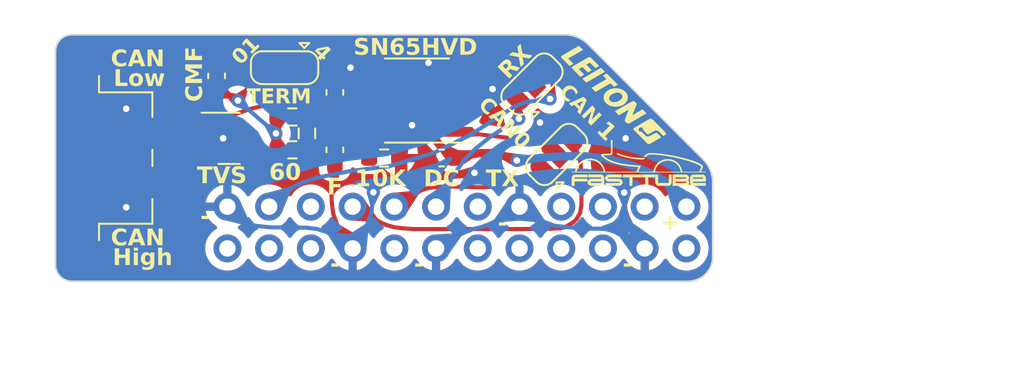
<source format=kicad_pcb>
(kicad_pcb (version 20221018) (generator pcbnew)

  (general
    (thickness 1.6)
  )

  (paper "A4")
  (layers
    (0 "F.Cu" signal)
    (31 "B.Cu" signal)
    (32 "B.Adhes" user "B.Adhesive")
    (33 "F.Adhes" user "F.Adhesive")
    (34 "B.Paste" user)
    (35 "F.Paste" user)
    (36 "B.SilkS" user "B.Silkscreen")
    (37 "F.SilkS" user "F.Silkscreen")
    (38 "B.Mask" user)
    (39 "F.Mask" user)
    (40 "Dwgs.User" user "User.Drawings")
    (41 "Cmts.User" user "User.Comments")
    (42 "Eco1.User" user "User.Eco1")
    (43 "Eco2.User" user "User.Eco2")
    (44 "Edge.Cuts" user)
    (45 "Margin" user)
    (46 "B.CrtYd" user "B.Courtyard")
    (47 "F.CrtYd" user "F.Courtyard")
    (48 "B.Fab" user)
    (49 "F.Fab" user)
    (50 "User.1" user)
    (51 "User.2" user)
    (52 "User.3" user)
    (53 "User.4" user)
    (54 "User.5" user)
    (55 "User.6" user)
    (56 "User.7" user)
    (57 "User.8" user)
    (58 "User.9" user)
  )

  (setup
    (stackup
      (layer "F.SilkS" (type "Top Silk Screen"))
      (layer "F.Paste" (type "Top Solder Paste"))
      (layer "F.Mask" (type "Top Solder Mask") (thickness 0.01))
      (layer "F.Cu" (type "copper") (thickness 0.035))
      (layer "dielectric 1" (type "core") (thickness 1.51) (material "FR4") (epsilon_r 4.5) (loss_tangent 0.02))
      (layer "B.Cu" (type "copper") (thickness 0.035))
      (layer "B.Mask" (type "Bottom Solder Mask") (thickness 0.01))
      (layer "B.Paste" (type "Bottom Solder Paste"))
      (layer "B.SilkS" (type "Bottom Silk Screen"))
      (copper_finish "None")
      (dielectric_constraints no)
    )
    (pad_to_mask_clearance 0)
    (pcbplotparams
      (layerselection 0x00010fc_ffffffff)
      (plot_on_all_layers_selection 0x0000000_00000000)
      (disableapertmacros false)
      (usegerberextensions false)
      (usegerberattributes true)
      (usegerberadvancedattributes true)
      (creategerberjobfile true)
      (dashed_line_dash_ratio 12.000000)
      (dashed_line_gap_ratio 3.000000)
      (svgprecision 4)
      (plotframeref false)
      (viasonmask false)
      (mode 1)
      (useauxorigin false)
      (hpglpennumber 1)
      (hpglpenspeed 20)
      (hpglpendiameter 15.000000)
      (dxfpolygonmode true)
      (dxfimperialunits true)
      (dxfusepcbnewfont true)
      (psnegative false)
      (psa4output false)
      (plotreference true)
      (plotvalue true)
      (plotinvisibletext false)
      (sketchpadsonfab false)
      (subtractmaskfromsilk false)
      (outputformat 1)
      (mirror false)
      (drillshape 1)
      (scaleselection 1)
      (outputdirectory "")
    )
  )

  (net 0 "")
  (net 1 "/Vref")
  (net 2 "GND")
  (net 3 "/CAN_H")
  (net 4 "/CAN_L")
  (net 5 "+3.3V")
  (net 6 "unconnected-(J1-Pin_18-Pad18)")
  (net 7 "unconnected-(J1-Pin_19-Pad19)")
  (net 8 "unconnected-(J1-Pin_21-Pad21)")
  (net 9 "unconnected-(J1-Pin_22-Pad22)")
  (net 10 "unconnected-(J1-Pin_23-Pad23)")
  (net 11 "unconnected-(J1-Pin_24-Pad24)")
  (net 12 "unconnected-(J1-Pin_26-Pad26)")
  (net 13 "unconnected-(J1-Pin_27-Pad27)")
  (net 14 "unconnected-(J1-Pin_28-Pad28)")
  (net 15 "/CAN0_DIN")
  (net 16 "/CAN0_DOUT")
  (net 17 "unconnected-(J1-Pin_32-Pad32)")
  (net 18 "/CAN1_DOUT")
  (net 19 "unconnected-(J1-Pin_35-Pad35)")
  (net 20 "unconnected-(J1-Pin_36-Pad36)")
  (net 21 "/CAN1_DIN")
  (net 22 "unconnected-(J1-Pin_38-Pad38)")
  (net 23 "unconnected-(J1-Pin_40-Pad40)")
  (net 24 "Net-(JP1-C)")
  (net 25 "/CAN_TX")
  (net 26 "/CAN_RX")
  (net 27 "Net-(U1-Rs)")

  (footprint "Jumper:SolderJumper-3_P1.3mm_Open_RoundedPad1.0x1.5mm" (layer "F.Cu") (at 129 103 45))

  (footprint "Jumper:SolderJumper-3_P1.3mm_Open_RoundedPad1.0x1.5mm" (layer "F.Cu") (at 113.94 102 180))

  (footprint "Capacitor_SMD:C_0603_1608Metric_Pad1.08x0.95mm_HandSolder" (layer "F.Cu") (at 117 107 -90))

  (footprint "Resistor_SMD:R_0603_1608Metric_Pad0.98x0.95mm_HandSolder" (layer "F.Cu") (at 120 107.5))

  (footprint "Package_TO_SOT_SMD:SOT-23" (layer "F.Cu") (at 110.5625 106.300867))

  (footprint "Resistor_SMD:R_0603_1608Metric_Pad0.98x0.95mm_HandSolder" (layer "F.Cu") (at 114.4125 105 180))

  (footprint "Resistor_SMD:R_0603_1608Metric_Pad0.98x0.95mm_HandSolder" (layer "F.Cu") (at 114.4125 107))

  (footprint "Jumper:SolderJumper-3_P1.3mm_Open_RoundedPad1.0x1.5mm" (layer "F.Cu") (at 130.5 107.280761 45))

  (footprint "Package_SO:SOIC-8_3.9x4.9mm_P1.27mm" (layer "F.Cu") (at 122 104 180))

  (footprint "Capacitor_SMD:C_0603_1608Metric_Pad1.08x0.95mm_HandSolder" (layer "F.Cu") (at 123.5 107.5 180))

  (footprint "Capacitor_SMD:C_0603_1608Metric_Pad1.08x0.95mm_HandSolder" (layer "F.Cu") (at 109.8 102.5 90))

  (footprint "LOGO" (layer "F.Cu") (at 135.5 107.8))

  (footprint "Custom:heart" (layer "F.Cu") (at 102.8 107.5 90))

  (footprint "LOGO" (layer "F.Cu") (at 134 103.6 -45))

  (footprint "FaSTTUBe_connectors:Micro_Mate-N-Lok_2p_horizontal" (layer "F.Cu") (at 101.3925 107.5 -90))

  (footprint "Capacitor_SMD:C_0603_1608Metric_Pad1.08x0.95mm_HandSolder" (layer "F.Cu") (at 117 103.5 -90))

  (footprint "Connector_PinSocket_2.54mm:PinSocket_2x20_P2.54mm_Vertical" (layer "B.Cu") (at 158.72 110.46 90))

  (gr_line (start 115.8 105.7) (end 115.8 106.3)
    (stroke (width 0.12) (type default)) (layer "F.SilkS") (tstamp 8967a94d-f677-4ea1-9429-822bacd663ea))
  (gr_line (start 114.8 105.7) (end 114.8 106.3)
    (stroke (width 0.13) (type default)) (layer "F.SilkS") (tstamp 98e1843a-799c-446b-8d50-ec486f422c07))
  (gr_arc (start 101 115) (mid 100.292893 114.707107) (end 100 114)
    (stroke (width 0.1) (type default)) (layer "Edge.Cuts") (tstamp 04020edc-35fa-4635-8a9d-d0c1b67bdcff))
  (gr_arc (start 139.414214 107.585786) (mid 139.84776 108.234633) (end 140 109)
    (stroke (width 0.1) (type default)) (layer "Edge.Cuts") (tstamp 19fec515-c842-4f0b-b3e2-cc4e174c6dc4))
  (gr_line (start 100 114) (end 100 101)
    (stroke (width 0.1) (type default)) (layer "Edge.Cuts") (tstamp 1c368ca5-b77f-41a3-a9ac-6485a236e130))
  (gr_arc (start 100 101) (mid 100.292893 100.292893) (end 101 100)
    (stroke (width 0.1) (type default)) (layer "Edge.Cuts") (tstamp 3e1b3083-4270-42ab-835e-aa8a29f45bdb))
  (gr_line (start 101 100) (end 131 100)
    (stroke (width 0.1) (type default)) (layer "Edge.Cuts") (tstamp 51a917ea-8181-41e3-a6fd-c11d9780b533))
  (gr_arc (start 131 100) (mid 131.765367 100.152241) (end 132.414214 100.585786)
    (stroke (width 0.1) (type default)) (layer "Edge.Cuts") (tstamp 639a99a0-616b-480a-be53-f229c7c1e766))
  (gr_line (start 138.5 115) (end 101 115)
    (stroke (width 0.1) (type default)) (layer "Edge.Cuts") (tstamp 74196c0a-88b1-41a2-90bb-9486cd81e1bf))
  (gr_line (start 132.414214 100.585786) (end 139.414214 107.585786)
    (stroke (width 0.1) (type default)) (layer "Edge.Cuts") (tstamp 936b151e-567d-4352-b6ac-347ce4404ff7))
  (gr_line (start 140 109) (end 140 113.5)
    (stroke (width 0.1) (type default)) (layer "Edge.Cuts") (tstamp eb988446-4dc0-404a-b1d9-f7802f37c749))
  (gr_arc (start 140 113.5) (mid 139.56066 114.56066) (end 138.5 115)
    (stroke (width 0.1) (type default)) (layer "Edge.Cuts") (tstamp f5eba8e8-c8e1-40d0-ac8c-3278b691f97e))
  (gr_text "-" (at 109.1 111.1) (layer "F.SilkS") (tstamp 0986f880-0a27-4f22-a1f5-459ecb98d66c)
    (effects (font (face "Chinat") (size 1 1) (thickness 0.2) bold))
    (render_cache "-" 0
      (polygon
        (pts
          (xy 108.825715 111.186737)          (xy 108.825715 110.936632)          (xy 109.39016 110.936632)          (xy 109.39016 111.186737)
        )
      )
    )
  )
  (gr_text "CMF" (at 108.5 102.4 90) (layer "F.SilkS") (tstamp 0a9d38e7-9397-4047-866c-815b4c96e2c6)
    (effects (font (face "Chinat") (size 1 1) (thickness 0.2) bold))
    (render_cache "CMF" 90
      (polygon
        (pts
          (xy 108.641203 104.491939)          (xy 108.31807 104.491939)          (xy 108.296131 104.4916)          (xy 108.274889 104.490585)
          (xy 108.254343 104.488893)          (xy 108.234493 104.486524)          (xy 108.21534 104.483477)          (xy 108.196884 104.479754)
          (xy 108.179123 104.475354)          (xy 108.16206 104.470278)          (xy 108.145693 104.464524)          (xy 108.130022 104.458093)
          (xy 108.115048 104.450985)          (xy 108.10077 104.443201)          (xy 108.087189 104.43474)          (xy 108.074304 104.425601)
          (xy 108.062116 104.415786)          (xy 108.050624 104.405294)          (xy 108.039829 104.394125)          (xy 108.02973 104.382279)
          (xy 108.020327 104.369756)          (xy 108.011622 104.356556)          (xy 108.003612 104.342679)          (xy 107.996299 104.328125)
          (xy 107.989683 104.312895)          (xy 107.983763 104.296987)          (xy 107.978539 104.280403)          (xy 107.974012 104.263142)
          (xy 107.970181 104.245203)          (xy 107.967047 104.226588)          (xy 107.96461 104.207296)          (xy 107.962868 104.187327)
          (xy 107.961824 104.166681)          (xy 107.961475 104.145358)          (xy 107.961475 103.131018)          (xy 108.21158 103.131018)
          (xy 108.21158 104.234263)          (xy 108.680526 104.234263)          (xy 108.680526 103.131018)          (xy 108.930631 103.131018)
          (xy 108.930631 104.173446)          (xy 108.930322 104.188895)          (xy 108.929395 104.204099)          (xy 108.927849 104.219059)
          (xy 108.925685 104.233774)          (xy 108.922903 104.248246)          (xy 108.919503 104.262473)          (xy 108.915484 104.276456)
          (xy 108.910847 104.290194)          (xy 108.905592 104.303689)          (xy 108.899719 104.316939)          (xy 108.893228 104.329945)
          (xy 108.886118 104.342706)          (xy 108.87839 104.355224)          (xy 108.870044 104.367497)          (xy 108.861079 104.379526)
          (xy 108.851496 104.391311)          (xy 108.840686 104.403496)          (xy 108.829564 104.414896)          (xy 108.818131 104.425509)
          (xy 108.806388 104.435336)          (xy 108.794333 104.444376)          (xy 108.781967 104.452631)          (xy 108.769291 104.4601)
          (xy 108.756303 104.466782)          (xy 108.743004 104.472678)          (xy 108.729394 104.477788)          (xy 108.715473 104.482112)
          (xy 108.701241 104.48565)          (xy 108.686698 104.488401)          (xy 108.671844 104.490367)          (xy 108.656679 104.491546)
        )
      )
      (polygon
        (pts
          (xy 108.930631 103.071422)          (xy 108.20523 103.071422)          (xy 108.192125 103.071146)          (xy 108.17931 103.070316)
          (xy 108.166784 103.068932)          (xy 108.154549 103.066996)          (xy 108.142604 103.064505)          (xy 108.130949 103.061462)
          (xy 108.119585 103.057865)          (xy 108.10851 103.053715)          (xy 108.097725 103.049011)          (xy 108.08723 103.043754)
          (xy 108.077025 103.037944)          (xy 108.06711 103.03158)          (xy 108.057486 103.024663)          (xy 108.048151 103.017193)
          (xy 108.039106 103.009169)          (xy 108.030352 103.000592)          (xy 108.022011 102.991574)          (xy 108.014209 102.982289)
          (xy 108.006945 102.972737)          (xy 108.000218 102.962918)          (xy 107.99403 102.952831)          (xy 107.98838 102.942478)
          (xy 107.983268 102.931857)          (xy 107.978695 102.920969)          (xy 107.974659 102.909814)          (xy 107.971161 102.898392)
          (xy 107.968202 102.886702)          (xy 107.96578 102.874746)          (xy 107.963897 102.862522)          (xy 107.962552 102.850032)
          (xy 107.961744 102.837274)          (xy 107.961475 102.824249)          (xy 107.961676 102.813091)          (xy 107.962279 102.802119)
          (xy 107.963283 102.791332)          (xy 107.964689 102.780731)          (xy 107.966496 102.770316)          (xy 107.968705 102.760086)
          (xy 107.971316 102.750042)          (xy 107.974329 102.740183)          (xy 107.977743 102.73051)          (xy 107.981559 102.721023)
          (xy 107.985776 102.711721)          (xy 107.990395 102.702604)          (xy 107.995416 102.693673)          (xy 108.000839 102.684928)
          (xy 108.006663 102.676368)          (xy 108.012889 102.667994)          (xy 108.019516 102.659806)          (xy 108.026545 102.651803)
          (xy 108.033976 102.643985)          (xy 108.041808 102.636353)          (xy 108.050043 102.628907)          (xy 108.058678 102.621646)
          (xy 108.067716 102.614571)          (xy 108.077155 102.607682)          (xy 108.086996 102.600978)          (xy 108.097238 102.594459)
          (xy 108.107882 102.588126)          (xy 108.118928 102.581979)          (xy 108.130376 102.576017)          (xy 108.142225 102.570241)
          (xy 108.154475 102.56465)          (xy 108.167128 102.559245)          (xy 108.671245 102.352127)          (xy 108.13904 102.125714)
          (xy 108.128116 102.120874)          (xy 108.117538 102.11585)          (xy 108.107307 102.110641)          (xy 108.097423 102.105247)
          (xy 108.087886 102.099669)          (xy 108.078696 102.093906)          (xy 108.069852 102.087959)          (xy 108.061355 102.081827)
          (xy 108.053206 102.07551)          (xy 108.045402 102.069009)          (xy 108.037946 102.062323)          (xy 108.030837 102.055452)
          (xy 108.024074 102.048397)          (xy 108.011589 102.033733)          (xy 108.000491 102.018331)          (xy 107.990781 102.00219)
          (xy 107.982457 101.98531)          (xy 107.975521 101.967692)          (xy 107.969972 101.949336)          (xy 107.96581 101.930241)
          (xy 107.96425 101.920417)          (xy 107.963036 101.910408)          (xy 107.962169 101.900214)          (xy 107.961649 101.889836)
          (xy 107.961475 101.879273)          (xy 107.961793 101.865533)          (xy 107.962746 101.852093)          (xy 107.964335 101.838956)
          (xy 107.966559 101.82612)          (xy 107.969418 101.813585)          (xy 107.972913 101.801352)          (xy 107.977043 101.78942)
          (xy 107.981809 101.77779)          (xy 107.98721 101.766462)          (xy 107.993246 101.755434)          (xy 107.999918 101.744709)
          (xy 108.007225 101.734284)          (xy 108.015168 101.724162)          (xy 108.023746 101.714341)          (xy 108.032959 101.704821)
          (xy 108.042808 101.695603)          (xy 108.052687 101.68741)          (xy 108.062844 101.679746)          (xy 108.073279 101.67261)
          (xy 108.083994 101.666003)          (xy 108.094987 101.659925)          (xy 108.106258 101.654375)          (xy 108.117808 101.649354)
          (xy 108.129637 101.644861)          (xy 108.141744 101.640897)          (xy 108.15413 101.637461)          (xy 108.166794 101.634554)
          (xy 108.179737 101.632176)          (xy 108.192958 101.630326)          (xy 108.206459 101.629004)          (xy 108.220237 101.628212)
          (xy 108.234295 101.627947)          (xy 108.930631 101.627947)          (xy 108.930631 101.885623)          (xy 108.241378 101.885623)
          (xy 108.705439 102.098847)          (xy 108.719032 102.10518)          (xy 108.732088 102.111414)          (xy 108.744609 102.117552)
          (xy 108.756593 102.123592)          (xy 108.768041 102.129535)          (xy 108.778952 102.135381)          (xy 108.789328 102.141129)
          (xy 108.799167 102.14678)          (xy 108.808471 102.152334)          (xy 108.817237 102.15779)          (xy 108.825468 102.163149)
          (xy 108.836809 102.171005)          (xy 108.846944 102.178642)          (xy 108.855872 102.186061)          (xy 108.858579 102.188485)
          (xy 108.867304 102.196608)          (xy 108.875467 102.204979)          (xy 108.883066 102.213598)          (xy 108.890102 102.222465)
          (xy 108.896575 102.23158)          (xy 108.902486 102.240943)          (xy 108.907833 102.250555)          (xy 108.912618 102.260414)
          (xy 108.91684 102.270522)          (xy 108.920499 102.280877)          (xy 108.923595 102.291481)          (xy 108.926128 102.302332)
          (xy 108.928098 102.313432)          (xy 108.929505 102.32478)          (xy 108.93035 102.336376)          (xy 108.930631 102.348219)
          (xy 108.929746 102.367229)          (xy 108.92709 102.385852)          (xy 108.922663 102.404087)          (xy 108.916465 102.421935)
          (xy 108.908497 102.439395)          (xy 108.898757 102.456469)          (xy 108.893224 102.46486)          (xy 108.887247 102.473154)
          (xy 108.880828 102.481352)          (xy 108.873967 102.489453)          (xy 108.866662 102.497457)          (xy 108.858915 102.505364)
          (xy 108.850725 102.513174)          (xy 108.842093 102.520888)          (xy 108.833018 102.528504)          (xy 108.8235 102.536024)
          (xy 108.813539 102.543447)          (xy 108.803136 102.550773)          (xy 108.79229 102.558002)          (xy 108.781002 102.565135)
          (xy 108.76927 102.57217)          (xy 108.757096 102.579109)          (xy 108.74448 102.585951)          (xy 108.73142 102.592696)
          (xy 108.717918 102.599344)          (xy 108.703974 102.605896)          (xy 108.251147 102.813746)          (xy 108.930631 102.813746)
        )
      )
      (polygon
        (pts
          (xy 108.930631 101.567863)          (xy 108.272397 101.567863)          (xy 108.26258 101.567758)          (xy 108.243399 101.566913)
          (xy 108.224822 101.565222)          (xy 108.206847 101.562686)          (xy 108.189475 101.559305)          (xy 108.172706 101.555078)
          (xy 108.156541 101.550006)          (xy 108.140978 101.544089)          (xy 108.126018 101.537327)          (xy 108.111661 101.529719)
          (xy 108.097907 101.521266)          (xy 108.084756 101.511967)          (xy 108.072208 101.501824)          (xy 108.060263 101.490835)
          (xy 108.048921 101.479)          (xy 108.038182 101.466321)          (xy 108.033039 101.459664)          (xy 108.024373 101.447441)
          (xy 108.016266 101.434709)          (xy 108.008718 101.421468)          (xy 108.00173 101.407717)          (xy 107.9953 101.393456)
          (xy 107.98943 101.378686)          (xy 107.984118 101.363406)          (xy 107.979366 101.347618)          (xy 107.975173 101.331319)
          (xy 107.971539 101.314511)          (xy 107.968464 101.297194)          (xy 107.965948 101.279367)          (xy 107.963991 101.261031)
          (xy 107.962594 101.242185)          (xy 107.961755 101.222829)          (xy 107.961545 101.212961)          (xy 107.961475 101.202965)
          (xy 107.961475 100.25457)          (xy 108.21158 100.25457)          (xy 108.21158 101.310187)          (xy 108.305369 101.310187)
          (xy 108.305369 100.25457)          (xy 108.555474 100.25457)          (xy 108.555474 101.310187)          (xy 108.930631 101.310187)
        )
      )
    )
  )
  (gr_text "60\n" (at 113 109) (layer "F.SilkS") (tstamp 15a52758-5e45-40df-8fc1-54a9d4fed32a)
    (effects (font (face "Chinat") (size 1 1) (thickness 0.2) bold) (justify left bottom))
    (render_cache "60\n" 0
      (polygon
        (pts
          (xy 114.316224 108.12658)          (xy 113.292847 108.12658)          (xy 113.292847 108.236001)          (xy 114.070272 108.236001)
          (xy 114.085604 108.236355)          (xy 114.100642 108.237417)          (xy 114.115386 108.239187)          (xy 114.129836 108.241664)
          (xy 114.143993 108.24485)          (xy 114.157856 108.248744)          (xy 114.171424 108.253345)          (xy 114.184699 108.258654)
          (xy 114.197681 108.264672)          (xy 114.210368 108.271397)          (xy 114.222761 108.27883)          (xy 114.234861 108.286971)
          (xy 114.246667 108.29582)          (xy 114.258178 108.305377)          (xy 114.269396 108.315642)          (xy 114.280321 108.326615)
          (xy 114.290761 108.338045)          (xy 114.300528 108.349742)          (xy 114.309621 108.361706)          (xy 114.318041 108.373937)
          (xy 114.325787 108.386435)          (xy 114.332859 108.399201)          (xy 114.339258 108.412234)          (xy 114.344984 108.425533)
          (xy 114.350036 108.4391)          (xy 114.354414 108.452934)          (xy 114.358119 108.467036)          (xy 114.36115 108.481404)
          (xy 114.363507 108.496039)          (xy 114.365191 108.510942)          (xy 114.366201 108.526112)          (xy 114.366538 108.541549)
          (xy 114.366177 108.557333)          (xy 114.365092 108.572812)          (xy 114.363284 108.587985)          (xy 114.360753 108.602854)
          (xy 114.357498 108.617417)          (xy 114.353521 108.631674)          (xy 114.34882 108.645627)          (xy 114.343396 108.659274)
          (xy 114.337249 108.672616)          (xy 114.330379 108.685652)          (xy 114.322785 108.698383)          (xy 114.314469 108.710809)
          (xy 114.305429 108.72293)          (xy 114.295666 108.734745)          (xy 114.28518 108.746255)          (xy 114.27397 108.757459)
          (xy 114.262261 108.768136)          (xy 114.250275 108.778125)          (xy 114.238012 108.787424)          (xy 114.225473 108.796034)
          (xy 114.212657 108.803956)          (xy 114.199564 108.811189)          (xy 114.186194 108.817733)          (xy 114.172548 108.823588)
          (xy 114.158626 108.828754)          (xy 114.144426 108.833232)          (xy 114.12995 108.837021)          (xy 114.115197 108.84012)
          (xy 114.100168 108.842531)          (xy 114.084861 108.844253)          (xy 114.069278 108.845287)          (xy 114.053419 108.845631)
          (xy 113.332658 108.845631)          (xy 113.31645 108.845248)          (xy 113.300617 108.844097)          (xy 113.285157 108.842179)
          (xy 113.270071 108.839494)          (xy 113.255359 108.836043)          (xy 113.241021 108.831824)          (xy 113.227058 108.826838)
          (xy 113.213468 108.821085)          (xy 113.200252 108.814564)          (xy 113.18741 108.807277)          (xy 113.174942 108.799223)
          (xy 113.162848 108.790402)          (xy 113.151129 108.780813)          (xy 113.139783 108.770458)          (xy 113.128811 108.759335)
          (xy 113.118213 108.747445)          (xy 113.108128 108.73503)          (xy 113.098693 108.72233)          (xy 113.089909 108.709346)
          (xy 113.081775 108.696078)          (xy 113.074292 108.682525)          (xy 113.06746 108.668689)          (xy 113.061279 108.654567)
          (xy 113.055748 108.640162)          (xy 113.050868 108.625472)          (xy 113.046638 108.610498)          (xy 113.04306 108.595239)
          (xy 113.040132 108.579696)          (xy 113.037854 108.563869)          (xy 113.036228 108.547758)          (xy 113.035252 108.531362)
          (xy 113.034926 108.514682)          (xy 113.034926 108.486106)          (xy 113.292847 108.486106)          (xy 113.292847 108.595526)
          (xy 114.10471 108.595526)          (xy 114.10471 108.486106)          (xy 113.292847 108.486106)          (xy 113.034926 108.486106)
          (xy 113.034926 108.193014)          (xy 113.035336 108.174254)          (xy 113.036567 108.156015)          (xy 113.038618 108.138297)
          (xy 113.04149 108.1211)          (xy 113.045183 108.104424)          (xy 113.049695 108.088268)          (xy 113.055029 108.072634)
          (xy 113.061182 108.05752)          (xy 113.068157 108.042928)          (xy 113.075951 108.028856)          (xy 113.084567 108.015306)
          (xy 113.094002 108.002276)          (xy 113.104259 107.989767)          (xy 113.115336 107.977779)          (xy 113.127233 107.966312)
          (xy 113.139951 107.955366)          (xy 113.151982 107.945813)          (xy 113.164447 107.936876)          (xy 113.177346 107.928555)
          (xy 113.190677 107.920851)          (xy 113.204441 107.913763)          (xy 113.218639 107.907292)          (xy 113.23327 107.901437)
          (xy 113.248333 107.896198)          (xy 113.26383 107.891576)          (xy 113.279761 107.887569)          (xy 113.296124 107.88418)
          (xy 113.31292 107.881406)          (xy 113.33015 107.879249)          (xy 113.347813 107.877708)          (xy 113.365909 107.876784)
          (xy 113.384438 107.876475)          (xy 114.316224 107.876475)
        )
      )
      (polygon
        (pts
          (xy 115.437084 107.876825)          (xy 115.454087 107.877872)          (xy 115.470721 107.879618)          (xy 115.486987 107.882062)
          (xy 115.502885 107.885205)          (xy 115.518414 107.889046)          (xy 115.533575 107.893586)          (xy 115.548368 107.898824)
          (xy 115.562793 107.90476)          (xy 115.576849 107.911395)          (xy 115.590537 107.918728)          (xy 115.603857 107.926759)
          (xy 115.616809 107.935489)          (xy 115.629392 107.944917)          (xy 115.641607 107.955043)          (xy 115.653454 107.965868)
          (xy 115.664752 107.977248)          (xy 115.675321 107.989041)          (xy 115.685161 108.001245)          (xy 115.694273 108.013862)
          (xy 115.702655 108.026891)          (xy 115.710309 108.040332)          (xy 115.717234 108.054185)          (xy 115.723429 108.06845)
          (xy 115.728896 108.083128)          (xy 115.733634 108.098217)          (xy 115.737643 108.113719)          (xy 115.740923 108.129633)
          (xy 115.743474 108.145959)          (xy 115.745297 108.162698)          (xy 115.74639 108.179848)          (xy 115.746755 108.197411)
          (xy 115.746755 108.520544)          (xy 115.746412 108.537387)          (xy 115.745385 108.553906)          (xy 115.743672 108.5701)
          (xy 115.741274 108.58597)          (xy 115.738192 108.601516)          (xy 115.734424 108.616737)          (xy 115.729971 108.631634)
          (xy 115.724834 108.646207)          (xy 115.719011 108.660455)          (xy 115.712503 108.674379)          (xy 115.705311 108.687978)
          (xy 115.697433 108.701253)          (xy 115.68887 108.714204)          (xy 115.679622 108.72683)          (xy 115.669689 108.739132)
          (xy 115.659071 108.751109)          (xy 115.647961 108.762555)          (xy 115.63649 108.773263)          (xy 115.624659 108.783232)
          (xy 115.612467 108.792462)          (xy 115.599914 108.800955)          (xy 115.587001 108.808708)          (xy 115.573727 108.815724)
          (xy 115.560092 108.822001)          (xy 115.546097 108.827539)          (xy 115.531741 108.832339)          (xy 115.517024 108.8364)
          (xy 115.501947 108.839723)          (xy 115.486509 108.842308)          (xy 115.470711 108.844154)          (xy 115.454551 108.845262)
          (xy 115.438032 108.845631)          (xy 114.751953 108.845631)          (xy 114.73577 108.845266)          (xy 114.719828 108.844169)
          (xy 114.704126 108.842342)          (xy 114.688664 108.839784)          (xy 114.673443 108.836496)          (xy 114.658462 108.832476)
          (xy 114.643721 108.827726)          (xy 114.629221 108.822245)          (xy 114.614962 108.816033)          (xy 114.600943 108.80909)
          (xy 114.587164 108.801416)          (xy 114.573626 108.793012)          (xy 114.560328 108.783877)          (xy 114.54727 108.774011)
          (xy 114.534453 108.763414)          (xy 114.521877 108.752086)          (xy 114.50981 108.740207)          (xy 114.498521 108.728017)
          (xy 114.488011 108.715515)          (xy 114.478279 108.702703)          (xy 114.469326 108.68958)          (xy 114.461152 108.676146)
          (xy 114.453756 108.6624)          (xy 114.447138 108.648344)          (xy 114.441299 108.633976)          (xy 114.436239 108.619298)
          (xy 114.431957 108.604309)          (xy 114.428454 108.589008)          (xy 114.425729 108.573397)          (xy 114.423783 108.557474)
          (xy 114.422615 108.541241)          (xy 114.422226 108.524696)          (xy 114.422226 108.155889)          (xy 114.422648 108.140544)
          (xy 114.423827 108.12658)          (xy 114.679902 108.12658)          (xy 114.679902 108.595526)          (xy 115.489078 108.595526)
          (xy 115.489078 108.12658)          (xy 114.679902 108.12658)          (xy 114.423827 108.12658)          (xy 114.423916 108.125527)
          (xy 114.426029 108.110838)          (xy 114.428988 108.096477)          (xy 114.432792 108.082445)          (xy 114.437441 108.06874)
          (xy 114.442936 108.055364)          (xy 114.449275 108.042316)          (xy 114.456461 108.029597)          (xy 114.464491 108.017205)
          (xy 114.473367 108.005142)          (xy 114.483088 107.993407)          (xy 114.493654 107.982)          (xy 114.505066 107.970921)
          (xy 114.517323 107.960171)          (xy 114.530425 107.949748)          (xy 114.54251 107.940875)          (xy 114.55483 107.932575)
          (xy 114.567385 107.924847)          (xy 114.580174 107.917691)          (xy 114.593198 107.911108)          (xy 114.606457 107.905098)
          (xy 114.619951 107.899659)          (xy 114.633679 107.894794)          (xy 114.647642 107.8905)          (xy 114.661839 107.886779)
          (xy 114.676272 107.883631)          (xy 114.690939 107.881055)          (xy 114.70584 107.879051)          (xy 114.720977 107.87762)
          (xy 114.736348 107.876762)          (xy 114.751953 107.876475)          (xy 115.419713 107.876475)
        )
      )
    )
  )
  (gr_text "01" (at 111.6 101 45) (layer "F.SilkS") (tstamp 16d4649f-4215-40d2-be01-dcd00949b4fb)
    (effects (font (face "Chinat") (size 0.9 0.9) (thickness 0.2) bold))
    (render_cache "01" 45
      (polygon
        (pts
          (xy 111.255863 100.78697)          (xy 111.270094 100.787748)          (xy 111.284123 100.789253)          (xy 111.297951 100.791484)
          (xy 111.311577 100.79444)          (xy 111.325001 100.798123)          (xy 111.338224 100.802533)          (xy 111.351246 100.807668)
          (xy 111.364065 100.81353)          (xy 111.376684 100.820118)          (xy 111.3891 100.827432)          (xy 111.401315 100.835472)
          (xy 111.413329 100.844238)          (xy 111.425141 100.85373)          (xy 111.436751 100.863949)          (xy 111.44816 100.874894)
          (xy 111.6538 101.080535)          (xy 111.664301 101.091472)          (xy 111.67416 101.102638)          (xy 111.683376 101.114034)
          (xy 111.69195 101.125659)          (xy 111.699881 101.137514)          (xy 111.70717 101.149599)          (xy 111.713817 101.161913)
          (xy 111.719821 101.174456)          (xy 111.725183 101.187229)          (xy 111.729903 101.200232)          (xy 111.73398 101.213464)
          (xy 111.737415 101.226925)          (xy 111.740207 101.240617)          (xy 111.742357 101.254537)          (xy 111.743865 101.268687)
          (xy 111.74473 101.283067)          (xy 111.744944 101.297421)          (xy 111.744458 101.311536)          (xy 111.743273 101.325409)
          (xy 111.741388 101.339043)          (xy 111.738804 101.352436)          (xy 111.73552 101.365588)          (xy 111.731537 101.3785)
          (xy 111.726855 101.391172)          (xy 111.721473 101.403603)          (xy 111.715391 101.415794)          (xy 111.708611 101.427744)
          (xy 111.70113 101.439454)          (xy 111.692951 101.450923)          (xy 111.684071 101.462152)          (xy 111.674493 101.473141)
          (xy 111.664214 101.483889)          (xy 111.227597 101.920506)          (xy 111.217066 101.930573)          (xy 111.206222 101.940021)
          (xy 111.195067 101.948851)          (xy 111.183599 101.957063)          (xy 111.171819 101.964657)          (xy 111.159728 101.971633)
          (xy 111.147324 101.97799)          (xy 111.134608 101.98373)          (xy 111.12158 101.988851)          (xy 111.10824 101.993355)
          (xy 111.094588 101.99724)          (xy 111.080623 102.000507)          (xy 111.066347 102.003156)          (xy 111.051758 102.005187)
          (xy 111.036858 102.0066)          (xy 111.021645 102.007395)          (xy 111.006406 102.007514)          (xy 110.991464 102.006941)
          (xy 110.97682 102.005673)          (xy 110.962473 102.003713)          (xy 110.948424 102.001059)          (xy 110.934672 101.997712)
          (xy 110.921218 101.993671)          (xy 110.908061 101.988937)          (xy 110.895202 101.983509)          (xy 110.88264 101.977388)
          (xy 110.870376 101.970574)          (xy 110.858409 101.963067)          (xy 110.84674 101.954866)          (xy 110.835368 101.945971)
          (xy 110.824294 101.936383)          (xy 110.813518 101.926102)          (xy 110.57881 101.691395)          (xy 110.569314 101.68136)
          (xy 110.560564 101.670997)          (xy 110.552561 101.660304)          (xy 110.545304 101.649282)          (xy 110.538795 101.637931)
          (xy 110.533032 101.626251)          (xy 110.528017 101.614241)          (xy 110.523748 101.601903)          (xy 110.520225 101.589236)
          (xy 110.51745 101.576239)          (xy 110.515421 101.562914)          (xy 110.51414 101.549259)          (xy 110.513605 101.535276)
          (xy 110.513817 101.520963)          (xy 110.514615 101.508759)          (xy 110.724142 101.508759)          (xy 111.022578 101.807194)
          (xy 111.537535 101.292237)          (xy 111.239099 100.993802)          (xy 110.724142 101.508759)          (xy 110.514615 101.508759)
          (xy 110.514775 101.506321)          (xy 110.516481 101.49135)          (xy 110.518525 101.478012)          (xy 110.521083 101.464889)
          (xy 110.524155 101.451982)          (xy 110.52774 101.439289)          (xy 110.531839 101.426811)          (xy 110.536452 101.414548)
          (xy 110.541578 101.4025)          (xy 110.547218 101.390667)          (xy 110.553372 101.379049)          (xy 110.560039 101.367645)
          (xy 110.56722 101.356457)          (xy 110.574915 101.345484)          (xy 110.583123 101.334725)          (xy 110.591845 101.324182)
          (xy 110.601081 101.313853)          (xy 110.61083 101.30374)          (xy 111.03579 100.87878)          (xy 111.047067 100.867947)
          (xy 111.058554 100.857794)          (xy 111.070251 100.848319)          (xy 111.082158 100.839523)          (xy 111.094275 100.831405)
          (xy 111.106603 100.823967)          (xy 111.11914 100.817207)          (xy 111.131888 100.811127)          (xy 111.144845 100.805725)
          (xy 111.158013 100.801001)          (xy 111.171391 100.796957)          (xy 111.184979 100.793592)          (xy 111.198777 100.790905)
          (xy 111.212785 100.788897)          (xy 111.227003 100.787568)          (xy 111.241431 100.786918)
        )
      )
      (polygon
        (pts
          (xy 111.572974 100.63941)          (xy 111.580746 100.432992)          (xy 111.581574 100.420155)          (xy 111.582932 100.407563)
          (xy 111.584819 100.395217)          (xy 111.587235 100.383116)          (xy 111.590181 100.371261)          (xy 111.593657 100.359651)
          (xy 111.597661 100.348286)          (xy 111.602196 100.337166)          (xy 111.60726 100.326291)          (xy 111.612853 100.315662)
          (xy 111.618976 100.305279)          (xy 111.625628 100.29514)          (xy 111.632809 100.285247)          (xy 111.64052 100.275599)
          (xy 111.648761 100.266196)          (xy 111.657531 100.257039)          (xy 111.665818 100.249126)          (xy 111.67432 100.241746)
          (xy 111.683037 100.234899)          (xy 111.691969 100.228585)          (xy 111.701116 100.222804)          (xy 111.710478 100.217556)
          (xy 111.720055 100.212841)          (xy 111.729847 100.20866)          (xy 111.739854 100.205011)          (xy 111.750075 100.201896)
          (xy 111.760512 100.199314)          (xy 111.771164 100.197264)          (xy 111.78203 100.195748)          (xy 111.793112 100.194765)
          (xy 111.804408 100.194315)          (xy 111.815919 100.194399)          (xy 111.827432 100.194995)          (xy 111.838734 100.196084)
          (xy 111.849825 100.197666)          (xy 111.860704 100.199742)          (xy 111.871372 100.20231)          (xy 111.881829 100.205371)
          (xy 111.892074 100.208926)          (xy 111.902108 100.212973)          (xy 111.911931 100.217514)          (xy 111.921542 100.222547)
          (xy 111.930942 100.228073)          (xy 111.940131 100.234093)          (xy 111.949109 100.240605)          (xy 111.957875 100.247611)
          (xy 111.96643 100.255109)          (xy 111.974774 100.263101)          (xy 112.429888 100.718215)          (xy 112.265749 100.882355)
          (xy 111.808458 100.425064)          (xy 111.807526 100.644228)
        )
      )
    )
  )
  (gr_text "4" (at 116.2 101.1 -45) (layer "F.SilkS") (tstamp 2304e524-4e5d-4fff-b303-6318b98ea3d8)
    (effects (font (face "Chinat") (size 0.9 0.9) (thickness 0.2) bold))
    (render_cache "4" -45
      (polygon
        (pts
          (xy 115.897658 100.570763)          (xy 116.126925 100.341496)          (xy 116.290909 100.50548)          (xy 116.002422 100.793968)
          (xy 116.451319 101.242865)          (xy 116.739806 100.954377)          (xy 116.903946 101.118517)          (xy 116.615458 101.407004)
          (xy 116.68043 101.471976)          (xy 116.521264 101.631142)          (xy 116.456293 101.56617)          (xy 116.287179 101.735284)
          (xy 116.123039 101.571144)          (xy 116.292153 101.40203)          (xy 115.915844 101.025722)          (xy 115.909362 101.019133)
          (xy 115.903069 101.012521)          (xy 115.896965 101.005886)          (xy 115.89105 100.999227)          (xy 115.885324 100.992545)
          (xy 115.87444 100.979111)          (xy 115.864313 100.965583)          (xy 115.854942 100.951962)          (xy 115.846327 100.938247)
          (xy 115.838469 100.924439)          (xy 115.831368 100.910538)          (xy 115.825023 100.896542)          (xy 115.819434 100.882454)
          (xy 115.814602 100.868271)          (xy 115.810527 100.853996)          (xy 115.807208 100.839626)          (xy 115.804646 100.825164)
          (xy 115.80284 100.810607)          (xy 115.802221 100.803294)          (xy 115.801264 100.78765)          (xy 115.80123 100.772154)
          (xy 115.802119 100.756806)          (xy 115.803931 100.741606)          (xy 115.806666 100.726554)          (xy 115.810323 100.71165)
          (xy 115.814904 100.696895)          (xy 115.820407 100.682288)          (xy 115.826833 100.667829)          (xy 115.834183 100.653518)
          (xy 115.842455 100.639355)          (xy 115.85165 100.62534)          (xy 115.861767 100.611474)          (xy 115.872808 100.597755)
          (xy 115.878675 100.590952)          (xy 115.884772 100.584185)          (xy 115.8911 100.577456)
        )
      )
    )
  )
  (gr_text "Low" (at 105.1 102.7) (layer "F.SilkS") (tstamp 236e8aeb-0edc-496c-af54-b94531857b29)
    (effects (font (face "Chinat") (size 1 1) (thickness 0.2) bold))
    (render_cache "Low" 0
      (polygon
        (pts
          (xy 102.993405 102.83412)          (xy 102.993405 102.161475)          (xy 103.251081 102.161475)          (xy 103.251081 102.880526)
          (xy 104.330635 102.880526)          (xy 104.330635 103.130631)          (xy 103.293824 103.130631)          (xy 103.279182 103.130288)
          (xy 103.264747 103.129257)          (xy 103.250521 103.12754)          (xy 103.236503 103.125136)          (xy 103.222693 103.122044)
          (xy 103.209091 103.118266)          (xy 103.195696 103.113801)          (xy 103.18251 103.108649)          (xy 103.169532 103.10281)
          (xy 103.156762 103.096284)          (xy 103.144199 103.089072)          (xy 103.131845 103.081172)          (xy 103.119699 103.072585)
          (xy 103.10776 103.063312)          (xy 103.09603 103.053351)          (xy 103.084508 103.042704)          (xy 103.073476 103.031585)
          (xy 103.063156 103.02021)          (xy 103.053547 103.00858)          (xy 103.04465 102.996694)          (xy 103.036465 102.984553)
          (xy 103.028992 102.972156)          (xy 103.022231 102.959503)          (xy 103.016181 102.946594)          (xy 103.010843 102.93343)
          (xy 103.006216 102.92001)          (xy 103.002302 102.906334)          (xy 102.999099 102.892403)          (xy 102.996608 102.878216)
          (xy 102.994829 102.863773)          (xy 102.993761 102.849074)
        )
      )
      (polygon
        (pts
          (xy 105.399716 102.161842)          (xy 105.414646 102.162941)          (xy 105.429331 102.164773)          (xy 105.443772 102.167337)
          (xy 105.457968 102.170635)          (xy 105.47192 102.174665)          (xy 105.485629 102.179427)          (xy 105.499093 102.184923)
          (xy 105.512312 102.191151)          (xy 105.525288 102.198112)          (xy 105.538019 102.205806)          (xy 105.550506 102.214232)
          (xy 105.562748 102.223391)          (xy 105.574747 102.233283)          (xy 105.586501 102.243907)          (xy 105.598011 102.255265)
          (xy 105.609043 102.26711)          (xy 105.619363 102.279197)          (xy 105.628972 102.291526)          (xy 105.637868 102.304098)
          (xy 105.646053 102.316912)          (xy 105.653526 102.329969)          (xy 105.660288 102.343267)          (xy 105.666338 102.356809)
          (xy 105.671676 102.370592)          (xy 105.676302 102.384618)          (xy 105.680217 102.398886)          (xy 105.68342 102.413397)
          (xy 105.685911 102.428149)          (xy 105.68769 102.443145)          (xy 105.688758 102.458382)          (xy 105.689113 102.473862)
          (xy 105.689113 102.828258)          (xy 105.688752 102.843922)          (xy 105.687667 102.859285)          (xy 105.685859 102.874346)
          (xy 105.683328 102.889105)          (xy 105.680074 102.903563)          (xy 105.676096 102.91772)          (xy 105.671395 102.931575)
          (xy 105.665971 102.945129)          (xy 105.659824 102.958381)          (xy 105.652954 102.971331)          (xy 105.645361 102.98398)
          (xy 105.637044
... [340311 chars truncated]
</source>
